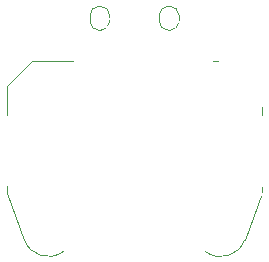
<source format=gbo>
G04 #@! TF.GenerationSoftware,KiCad,Pcbnew,8.0.5*
G04 #@! TF.CreationDate,2025-01-04T18:47:14-06:00*
G04 #@! TF.ProjectId,button_transmitter,62757474-6f6e-45f7-9472-616e736d6974,rev?*
G04 #@! TF.SameCoordinates,PX481dea0PY631a57d*
G04 #@! TF.FileFunction,Legend,Bot*
G04 #@! TF.FilePolarity,Positive*
%FSLAX46Y46*%
G04 Gerber Fmt 4.6, Leading zero omitted, Abs format (unit mm)*
G04 Created by KiCad (PCBNEW 8.0.5) date 2025-01-04 18:47:14*
%MOMM*%
%LPD*%
G01*
G04 APERTURE LIST*
G04 Aperture macros list*
%AMFreePoly0*
4,1,19,0.500000,-0.750000,0.000000,-0.750000,0.000000,-0.744911,-0.071157,-0.744911,-0.207708,-0.704816,-0.327430,-0.627875,-0.420627,-0.520320,-0.479746,-0.390866,-0.500000,-0.250000,-0.500000,0.250000,-0.479746,0.390866,-0.420627,0.520320,-0.327430,0.627875,-0.207708,0.704816,-0.071157,0.744911,0.000000,0.744911,0.000000,0.750000,0.500000,0.750000,0.500000,-0.750000,0.500000,-0.750000,
$1*%
%AMFreePoly1*
4,1,177,0.747786,8.922355,1.334728,8.848455,1.915530,8.736072,2.487674,8.585696,3.048676,8.397977,3.596102,8.173731,4.127576,7.913930,4.640793,7.619703,5.133526,7.292325,5.603636,6.933218,6.049083,6.543939,6.467935,6.126177,6.858374,5.681746,7.218706,5.212574,7.547368,4.720697,7.842932,4.208249,7.842933,4.208249,7.843273,4.206336,7.844408,4.205294,7.844705,4.198282,
7.849428,4.171740,7.848425,4.169676,7.848766,4.167901,7.846209,4.162904,7.846358,4.159413,7.834190,4.139413,7.821900,4.126032,6.278103,2.445008,6.277776,2.444846,6.224884,2.387259,6.222047,2.385183,6.221059,2.383453,6.221059,2.383454,6.145666,2.330882,6.059356,2.299283,5.967841,2.290748,5.877176,2.305844,5.793363,2.343570,5.728297,2.396285,5.727004,2.396688,
5.723422,2.400235,5.721948,2.401430,5.721942,2.401424,5.721688,2.401952,5.719655,2.403967,4.461901,3.885481,4.400676,3.918954,4.327946,3.932999,4.254394,3.924222,4.210769,3.904302,3.514193,3.278674,3.483637,3.228192,3.466969,3.157044,3.473103,3.084228,3.501439,3.016871,3.505857,3.011754,5.222590,1.495668,5.223905,1.492977,5.227267,1.491058,5.279837,1.415664,
5.311433,1.329353,5.319966,1.237839,5.304871,1.147175,5.267147,1.063362,5.209290,0.991945,5.209292,0.991942,5.208925,0.991766,5.208789,0.991468,5.202924,0.986665,3.216460,-0.440428,3.184048,-0.469110,3.118103,-0.568781,3.080223,-0.682131,3.072995,-0.801424,3.096910,-0.918518,3.150338,-1.025423,3.229632,-1.114841,3.306346,-1.165469,3.326824,-1.169110,4.759340,-1.728473,
4.836437,-1.742974,4.954812,-1.739202,5.069576,-1.709945,5.175309,-1.656584,5.224713,-1.616210,8.455521,2.378329,8.473511,2.393309,8.485378,2.394563,8.495865,2.400265,8.499751,2.399116,8.523893,2.405756,8.558600,2.392697,8.579001,2.361732,8.579001,2.361731,8.717021,1.786482,8.816868,1.203393,8.878109,0.614996,8.900480,0.023844,8.883882,-0.567498,8.828389,-1.156465,
8.734239,-1.740501,8.601843,-2.317071,8.431775,-2.883673,8.224772,-3.437849,7.981733,-3.977195,7.703713,-4.499369,7.391917,-5.002107,7.047699,-5.483226,6.672552,-5.940639,6.268105,-6.372361,5.836112,-6.776518,5.378448,-7.151358,4.897098,-7.495253,4.394152,-7.806712,3.871791,-8.084382,3.332283,-8.327060,2.777968,-8.533691,2.211251,-8.703379,1.634593,-8.835389,1.050494,-8.929147,
0.461491,-8.984245,-0.129863,-9.000447,-0.721000,-8.977680,-1.309356,-8.916043,-1.892377,-8.815805,-2.467534,-8.677400,-3.032331,-8.501429,-3.584317,-8.288655,-4.121098,-8.040002,-4.640343,-7.756548,-5.139799,-7.439524,-5.617301,-7.090304,-6.070774,-6.710405,-6.498253,-6.301475,-6.897881,-5.865289,-7.267925,-5.403738,-7.606779,-4.918826,-7.912973,-4.412657,-8.185177,-3.887428,-8.422212,-3.345417,
-8.623048,-2.788976,-8.786814,-2.220520,-8.912800,-1.642515,-9.000457,-1.057470,-9.013958,-0.894862,2.583906,-0.894862,2.586364,-0.895843,2.585874,-0.893447,2.583906,-0.894862,-9.013958,-0.894862,-9.049407,-0.467924,-9.059437,0.123567,-9.030504,0.714434,-8.962732,1.302115,-8.856416,1.884058,-8.712017,2.457740,-8.530162,3.020670,-8.311640,3.570406,-8.057399,4.104563,-7.768543,4.620822,
-7.446324,5.116943,-7.092142,5.590775,-6.707532,6.040260,-6.294164,6.463448,-5.853831,6.858503,-5.388444,7.223711,-4.900023,7.557487,-4.390687,7.858382,-3.862646,8.125092,-3.318191,8.356458,-2.759685,8.551477,-2.189551,8.709303,-1.610263,8.829250,-1.024336,8.910799,-0.434310,8.953595,0.157253,8.957453,0.747786,8.922355,0.747786,8.922355,$1*%
G04 Aperture macros list end*
%ADD10C,0.120000*%
%ADD11R,0.635000X0.635000*%
%ADD12C,0.635000*%
%ADD13C,2.200000*%
%ADD14O,2.200000X2.200000*%
%ADD15C,0.600000*%
%ADD16FreePoly0,0.000000*%
%ADD17FreePoly0,180.000000*%
%ADD18R,1.270000X5.080000*%
%ADD19FreePoly1,180.000000*%
G04 APERTURE END LIST*
D10*
X-3750000Y10626926D02*
X-3749997Y11226926D01*
X-2820002Y9926925D02*
X-3049998Y9926922D01*
X-2819998Y11926922D02*
X-3050000Y11926926D01*
X-2120001Y11226926D02*
X-2120000Y10626922D01*
X-3749997Y11226926D02*
G75*
G02*
X-3050000Y11926926I699997J3D01*
G01*
X-3049998Y9926922D02*
G75*
G02*
X-3750000Y10626926I-5J699997D01*
G01*
X-2819998Y11926922D02*
G75*
G02*
X-2120003Y11226926I-2J-699997D01*
G01*
X-2120000Y10626922D02*
G75*
G02*
X-2820002Y9926925I-700000J3D01*
G01*
X2119999Y10626926D02*
X2120000Y11226928D01*
X2820000Y11926926D02*
X3049999Y11926926D01*
X2820000Y9926926D02*
X3049999Y9926926D01*
X3750000Y11226926D02*
X3749999Y10626924D01*
X2120000Y11226928D02*
G75*
G02*
X2820000Y11926925I700000J-3D01*
G01*
X2820000Y9926926D02*
G75*
G02*
X2120001Y10626926I0J699999D01*
G01*
X3049999Y11926926D02*
G75*
G02*
X3750000Y11226926I0J-700001D01*
G01*
X3749999Y10626924D02*
G75*
G02*
X3049999Y9926926I-699997J-1D01*
G01*
X-10780000Y5206925D02*
X-8700000Y7286925D01*
X-10780000Y2746925D02*
X-10780000Y5206925D01*
X-10780000Y-3883075D02*
X-10780000Y-3253075D01*
X-9340000Y-7833075D02*
X-10780000Y-3883075D01*
X-5200000Y7286925D02*
X-8700000Y7286925D01*
X8700000Y7286925D02*
X5200000Y7286925D01*
X9340000Y-7833075D02*
X10780000Y-3883075D01*
X10780000Y5206925D02*
X8700000Y7286925D01*
X10780000Y2746925D02*
X10780000Y5206925D01*
X10780000Y-3883075D02*
X10780000Y-3253075D01*
X-6000000Y-8803075D02*
G75*
G02*
X-9325243Y-7841244I-1310000J1700000D01*
G01*
X9340000Y-7833075D02*
G75*
G02*
X6003354Y-8819605I-2030000J730001D01*
G01*
%LPC*%
D11*
X1500000Y-10488075D03*
D12*
X-1040001Y-11758075D03*
D13*
X-6630000Y9156925D03*
D14*
X6610000Y9156925D03*
D15*
X-3000000Y10926925D03*
D16*
X-3000000Y10926925D03*
D15*
X3000000Y10926925D03*
D17*
X3000000Y10926925D03*
D18*
X10985000Y-253075D03*
X-10985000Y-253075D03*
D19*
X-80000Y-273075D03*
%LPD*%
M02*

</source>
